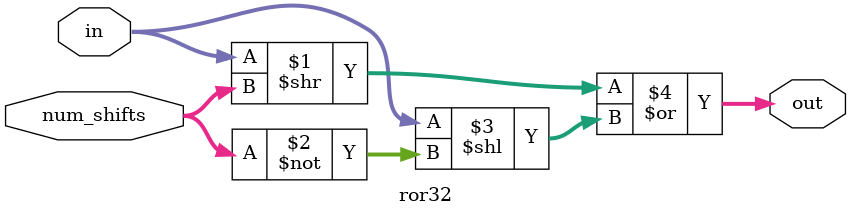
<source format=v>
module ror32 (in, num_shifts, out);
    input wire signed [31:0] in;
    input wire signed [31:0] num_shifts;
    output wire signed [31:0] out;
	
	assign out = (in >> num_shifts) | (in << ~num_shifts);

endmodule

</source>
